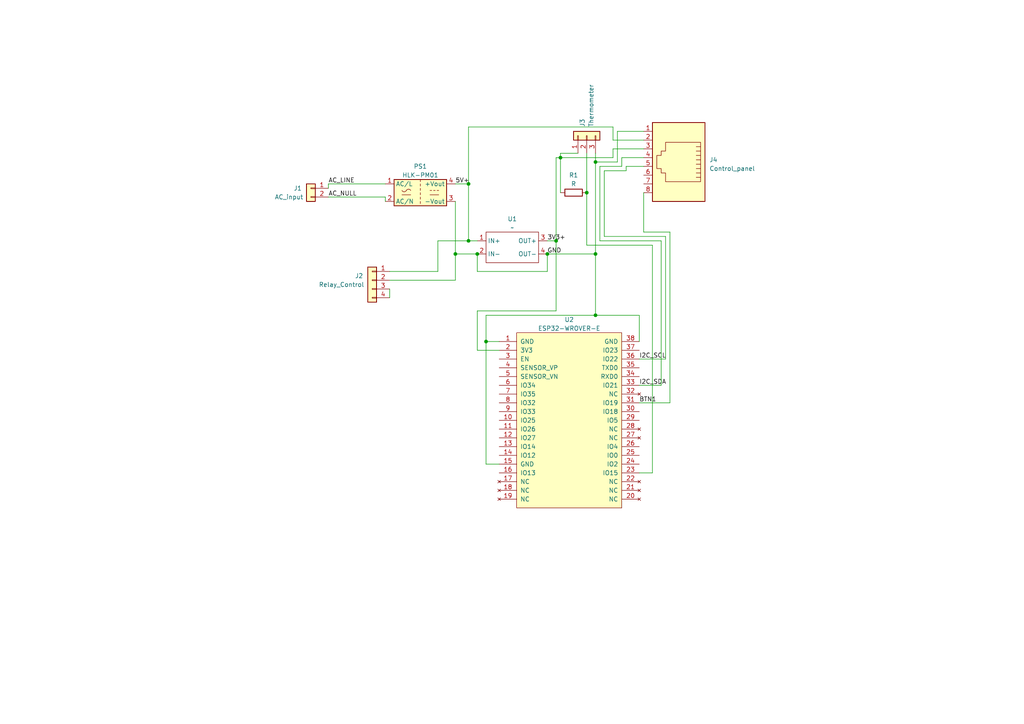
<source format=kicad_sch>
(kicad_sch (version 20221004) (generator eeschema)
  (paper "A4")
  (lib_symbols
    (symbol "Connector:8P8C" (pin_names (offset 1.016))
      (property "Reference" "J" (at -5.08 13.97 0))
      (property "Value" "8P8C" (at 2.54 13.97 0))
      (symbol "8P8C_0_1"
        (polyline (pts (xy -5.08 4.445) (xy -6.35 4.445)))
        (polyline (pts (xy -5.08 5.715) (xy -6.35 5.715)))
        (polyline (pts (xy -6.35 -3.175) (xy -5.08 -3.175) (xy -5.08 -3.175)))
        (polyline (pts (xy -6.35 -1.905) (xy -5.08 -1.905) (xy -5.08 -1.905)))
        (polyline (pts (xy -6.35 -0.635) (xy -5.08 -0.635) (xy -5.08 -0.635)))
        (polyline (pts (xy -6.35 0.635) (xy -5.08 0.635) (xy -5.08 0.635)))
        (polyline (pts (xy -6.35 1.905) (xy -5.08 1.905) (xy -5.08 1.905)))
        (polyline (pts (xy -5.08 3.175) (xy -6.35 3.175) (xy -6.35 3.175)))
        (polyline (pts (xy -6.35 -4.445) (xy -6.35 6.985) (xy 3.81 6.985) (xy 3.81 4.445) (xy 5.08 4.445) (xy 5.08 3.175) (xy 6.35 3.175) (xy 6.35 -0.635) (xy 5.08 -0.635) (xy 5.08 -1.905) (xy 3.81 -1.905) (xy 3.81 -4.445) (xy -6.35 -4.445) (xy -6.35 -4.445)))
        (rectangle (start 7.62 12.7) (end -7.62 -10.16) (stroke (width 0.254)) (fill (type background)))
      )
      (symbol "8P8C_1_1"
        (pin passive line (at 10.16 -7.62 180) (length 2.54) (name "~") (number "1"))
        (pin passive line (at 10.16 -5.08 180) (length 2.54) (name "~") (number "2"))
        (pin passive line (at 10.16 -2.54 180) (length 2.54) (name "~") (number "3"))
        (pin passive line (at 10.16 0 180) (length 2.54) (name "~") (number "4"))
        (pin passive line (at 10.16 2.54 180) (length 2.54) (name "~") (number "5"))
        (pin passive line (at 10.16 5.08 180) (length 2.54) (name "~") (number "6"))
        (pin passive line (at 10.16 7.62 180) (length 2.54) (name "~") (number "7"))
        (pin passive line (at 10.16 10.16 180) (length 2.54) (name "~") (number "8"))
      )
    )
    (symbol "Connector_Generic:Conn_01x02" (pin_names (offset 1.016) hide)
      (property "Reference" "J" (at 0 2.54 0))
      (property "Value" "Conn_01x02" (at 0 -5.08 0))
      (symbol "Conn_01x02_1_1"
        (rectangle (start -1.27 -2.413) (end 0 -2.667) (stroke (width 0.1524)))
        (rectangle (start -1.27 0.127) (end 0 -0.127) (stroke (width 0.1524)))
        (rectangle (start -1.27 1.27) (end 1.27 -3.81) (stroke (width 0.254)) (fill (type background)))
        (pin passive line (at -5.08 0 0) (length 3.81) (name "Pin_1") (number "1"))
        (pin passive line (at -5.08 -2.54 0) (length 3.81) (name "Pin_2") (number "2"))
      )
    )
    (symbol "Connector_Generic:Conn_01x03" (pin_names (offset 1.016) hide)
      (property "Reference" "J" (at 0 5.08 0))
      (property "Value" "Conn_01x03" (at 0 -5.08 0))
      (symbol "Conn_01x03_1_1"
        (rectangle (start -1.27 -2.413) (end 0 -2.667) (stroke (width 0.1524)))
        (rectangle (start -1.27 0.127) (end 0 -0.127) (stroke (width 0.1524)))
        (rectangle (start -1.27 2.667) (end 0 2.413) (stroke (width 0.1524)))
        (rectangle (start -1.27 3.81) (end 1.27 -3.81) (stroke (width 0.254)) (fill (type background)))
        (pin passive line (at -5.08 2.54 0) (length 3.81) (name "Pin_1") (number "1"))
        (pin passive line (at -5.08 0 0) (length 3.81) (name "Pin_2") (number "2"))
        (pin passive line (at -5.08 -2.54 0) (length 3.81) (name "Pin_3") (number "3"))
      )
    )
    (symbol "Connector_Generic:Conn_01x04" (pin_names (offset 1.016) hide)
      (property "Reference" "J" (at 0 5.08 0))
      (property "Value" "Conn_01x04" (at 0 -7.62 0))
      (symbol "Conn_01x04_1_1"
        (rectangle (start -1.27 -4.953) (end 0 -5.207) (stroke (width 0.1524)))
        (rectangle (start -1.27 -2.413) (end 0 -2.667) (stroke (width 0.1524)))
        (rectangle (start -1.27 0.127) (end 0 -0.127) (stroke (width 0.1524)))
        (rectangle (start -1.27 2.667) (end 0 2.413) (stroke (width 0.1524)))
        (rectangle (start -1.27 3.81) (end 1.27 -6.35) (stroke (width 0.254)) (fill (type background)))
        (pin passive line (at -5.08 2.54 0) (length 3.81) (name "Pin_1") (number "1"))
        (pin passive line (at -5.08 0 0) (length 3.81) (name "Pin_2") (number "2"))
        (pin passive line (at -5.08 -2.54 0) (length 3.81) (name "Pin_3") (number "3"))
        (pin passive line (at -5.08 -5.08 0) (length 3.81) (name "Pin_4") (number "4"))
      )
    )
    (symbol "Converter_ACDC:HLK-PM01"
      (property "Reference" "PS" (at 0 5.08 0))
      (property "Value" "HLK-PM01" (at 0 -5.08 0))
      (symbol "HLK-PM01_0_1"
        (rectangle (start -7.62 3.81) (end 7.62 -3.81) (stroke (width 0.254)) (fill (type background)))
        (arc (start -5.334 0.635) (mid -4.699 0.2495) (end -4.064 0.635))
        (arc (start -2.794 0.635) (mid -3.429 1.0072) (end -4.064 0.635))
        (polyline (pts (xy -5.334 -0.635) (xy -2.794 -0.635)))
        (polyline (pts (xy 0 -2.54) (xy 0 -3.175)))
        (polyline (pts (xy 0 -1.27) (xy 0 -1.905)))
        (polyline (pts (xy 0 0) (xy 0 -0.635)))
        (polyline (pts (xy 0 1.27) (xy 0 0.635)))
        (polyline (pts (xy 0 2.54) (xy 0 1.905)))
        (polyline (pts (xy 0 3.81) (xy 0 3.175)))
        (polyline (pts (xy 2.794 -0.635) (xy 5.334 -0.635)))
        (polyline (pts (xy 2.794 0.635) (xy 3.302 0.635)))
        (polyline (pts (xy 3.81 0.635) (xy 4.318 0.635)))
        (polyline (pts (xy 4.826 0.635) (xy 5.334 0.635)))
      )
      (symbol "HLK-PM01_1_1"
        (pin power_in line (at -10.16 2.54 0) (length 2.54) (name "AC/L") (number "1"))
        (pin power_in line (at -10.16 -2.54 0) (length 2.54) (name "AC/N") (number "2"))
        (pin power_out line (at 10.16 -2.54 180) (length 2.54) (name "-Vout") (number "3"))
        (pin power_out line (at 10.16 2.54 180) (length 2.54) (name "+Vout") (number "4"))
      )
    )
    (symbol "Custom_Converter:DCDC_Mini560"
      (property "Reference" "U" (at 0 0 0))
      (symbol "DCDC_Mini560_0_1"
        (rectangle (start 2.54 2.54) (end 17.78 -6.35))
      )
      (symbol "DCDC_Mini560_1_1"
        (pin input line (at 0 0 0) (length 2.54) (name "IN+") (number "1"))
        (pin input line (at 0 -3.81 0) (length 2.54) (name "IN-") (number "2"))
        (pin output line (at 20.32 0 180) (length 2.54) (name "OUT+") (number "3"))
        (pin output line (at 20.32 -3.81 180) (length 2.54) (name "OUT-") (number "4"))
      )
    )
    (symbol "Custom_RF_Module:ESP32-WROVER-E" (pin_names (offset 1.016))
      (property "Reference" "U" (at -15.24 26.67 0))
      (property "Value" "ESP32-WROVER-E" (at -6.35 -26.67 0))
      (symbol "ESP32-WROVER-E_0_1"
        (rectangle (start -15.24 25.4) (end 15.24 -25.4) (fill (type background)))
      )
      (symbol "ESP32-WROVER-E_1_1"
        (pin power_in line (at -20.32 22.86 0) (length 5.08) (name "GND") (number "1"))
        (pin bidirectional line (at -20.32 0 0) (length 5.08) (name "IO25") (number "10"))
        (pin bidirectional line (at -20.32 -2.54 0) (length 5.08) (name "IO26") (number "11"))
        (pin bidirectional line (at -20.32 -5.08 0) (length 5.08) (name "IO27") (number "12"))
        (pin bidirectional line (at -20.32 -7.62 0) (length 5.08) (name "IO14") (number "13"))
        (pin bidirectional line (at -20.32 -10.16 0) (length 5.08) (name "IO12") (number "14"))
        (pin power_in line (at -20.32 -12.7 0) (length 5.08) (name "GND") (number "15"))
        (pin bidirectional line (at -20.32 -15.24 0) (length 5.08) (name "IO13") (number "16"))
        (pin no_connect line (at -20.32 -17.78 0) (length 5.08) (name "NC") (number "17"))
        (pin no_connect line (at -20.32 -20.32 0) (length 5.08) (name "NC") (number "18"))
        (pin no_connect line (at -20.32 -22.86 0) (length 5.08) (name "NC") (number "19"))
        (pin power_in line (at -20.32 20.32 0) (length 5.08) (name "3V3") (number "2"))
        (pin no_connect line (at 20.32 -22.86 180) (length 5.08) (name "NC") (number "20"))
        (pin no_connect line (at 20.32 -20.32 180) (length 5.08) (name "NC") (number "21"))
        (pin no_connect line (at 20.32 -17.78 180) (length 5.08) (name "NC") (number "22"))
        (pin bidirectional line (at 20.32 -15.24 180) (length 5.08) (name "IO15") (number "23"))
        (pin bidirectional line (at 20.32 -12.7 180) (length 5.08) (name "IO2") (number "24"))
        (pin bidirectional line (at 20.32 -10.16 180) (length 5.08) (name "IO0") (number "25"))
        (pin bidirectional line (at 20.32 -7.62 180) (length 5.08) (name "IO4") (number "26"))
        (pin no_connect line (at 20.32 -5.08 180) (length 5.08) (name "NC") (number "27"))
        (pin no_connect line (at 20.32 -2.54 180) (length 5.08) (name "NC") (number "28"))
        (pin bidirectional line (at 20.32 0 180) (length 5.08) (name "IO5") (number "29"))
        (pin input line (at -20.32 17.78 0) (length 5.08) (name "EN") (number "3"))
        (pin bidirectional line (at 20.32 2.54 180) (length 5.08) (name "IO18") (number "30"))
        (pin bidirectional line (at 20.32 5.08 180) (length 5.08) (name "IO19") (number "31"))
        (pin no_connect line (at 20.32 7.62 180) (length 5.08) (name "NC") (number "32"))
        (pin bidirectional line (at 20.32 10.16 180) (length 5.08) (name "IO21") (number "33"))
        (pin output line (at 20.32 12.7 180) (length 5.08) (name "RXD0") (number "34"))
        (pin output line (at 20.32 15.24 180) (length 5.08) (name "TXD0") (number "35"))
        (pin bidirectional line (at 20.32 17.78 180) (length 5.08) (name "IO22") (number "36"))
        (pin bidirectional line (at 20.32 20.32 180) (length 5.08) (name "IO23") (number "37"))
        (pin power_in line (at 20.32 22.86 180) (length 5.08) (name "GND") (number "38"))
        (pin output line (at -20.32 15.24 0) (length 5.08) (name "SENSOR_VP") (number "4"))
        (pin output line (at -20.32 12.7 0) (length 5.08) (name "SENSOR_VN") (number "5"))
        (pin bidirectional line (at -20.32 10.16 0) (length 5.08) (name "IO34") (number "6"))
        (pin bidirectional line (at -20.32 7.62 0) (length 5.08) (name "IO35") (number "7"))
        (pin bidirectional line (at -20.32 5.08 0) (length 5.08) (name "IO32") (number "8"))
        (pin bidirectional line (at -20.32 2.54 0) (length 5.08) (name "IO33") (number "9"))
      )
    )
    (symbol "Device:R" (pin_numbers hide) (pin_names (offset 0))
      (property "Reference" "R" (at 2.032 0 90))
      (property "Value" "R" (at 0 0 90))
      (symbol "R_0_1"
        (rectangle (start -1.016 -2.54) (end 1.016 2.54) (stroke (width 0.254)))
      )
      (symbol "R_1_1"
        (pin passive line (at 0 3.81 270) (length 1.27) (name "~") (number "1"))
        (pin passive line (at 0 -3.81 90) (length 1.27) (name "~") (number "2"))
      )
    )
  )
  (junction (at 162.56 45.72))
  (junction (at 172.72 73.66))
  (junction (at 138.43 73.66))
  (junction (at 135.89 69.85))
  (junction (at 158.75 73.66))
  (junction (at 170.18 55.88))
  (junction (at 140.97 99.06))
  (junction (at 135.89 53.34))
  (junction (at 172.72 91.44))
  (junction (at 172.72 46.99))
  (junction (at 161.29 69.85))
  (junction (at 132.08 73.66))
  (wire (pts (xy 140.97 91.44) (xy 140.97 99.06)))
  (wire (pts (xy 161.29 45.72) (xy 161.29 69.85)))
  (wire (pts (xy 185.42 99.06) (xy 185.42 91.44)))
  (wire (pts (xy 181.61 48.26) (xy 186.69 48.26)))
  (wire (pts (xy 191.77 69.85) (xy 173.99 69.85)))
  (wire (pts (xy 113.03 78.74) (xy 127 78.74)))
  (wire (pts (xy 181.61 49.53) (xy 181.61 48.26)))
  (wire (pts (xy 189.23 71.12) (xy 189.23 137.16)))
  (wire (pts (xy 177.8 36.83) (xy 177.8 40.64)))
  (wire (pts (xy 144.78 101.6) (xy 138.43 101.6)))
  (wire (pts (xy 194.31 116.84) (xy 185.42 116.84)))
  (wire (pts (xy 179.07 46.99) (xy 172.72 46.99)))
  (wire (pts (xy 161.29 69.85) (xy 161.29 90.17)))
  (wire (pts (xy 132.08 73.66) (xy 132.08 81.28)))
  (wire (pts (xy 185.42 111.76) (xy 191.77 111.76)))
  (wire (pts (xy 135.89 53.34) (xy 135.89 36.83)))
  (wire (pts (xy 132.08 58.42) (xy 132.08 73.66)))
  (wire (pts (xy 172.72 91.44) (xy 185.42 91.44)))
  (wire (pts (xy 162.56 45.72) (xy 162.56 55.88)))
  (wire (pts (xy 158.75 69.85) (xy 161.29 69.85)))
  (wire (pts (xy 162.56 44.45) (xy 167.64 44.45)))
  (wire (pts (xy 170.18 44.45) (xy 170.18 55.88)))
  (wire (pts (xy 186.69 55.88) (xy 186.69 67.31)))
  (wire (pts (xy 158.75 78.74) (xy 158.75 73.66)))
  (wire (pts (xy 173.99 48.26) (xy 180.34 48.26)))
  (wire (pts (xy 138.43 78.74) (xy 158.75 78.74)))
  (wire (pts (xy 140.97 91.44) (xy 172.72 91.44)))
  (wire (pts (xy 194.31 67.31) (xy 194.31 116.84)))
  (wire (pts (xy 185.42 104.14) (xy 193.04 104.14)))
  (wire (pts (xy 172.72 44.45) (xy 172.72 46.99)))
  (wire (pts (xy 180.34 48.26) (xy 180.34 45.72)))
  (wire (pts (xy 189.23 137.16) (xy 185.42 137.16)))
  (wire (pts (xy 132.08 73.66) (xy 138.43 73.66)))
  (wire (pts (xy 170.18 71.12) (xy 189.23 71.12)))
  (wire (pts (xy 113.03 83.82) (xy 113.03 86.36)))
  (wire (pts (xy 179.07 38.1) (xy 179.07 46.99)))
  (wire (pts (xy 173.99 69.85) (xy 173.99 48.26)))
  (wire (pts (xy 161.29 45.72) (xy 162.56 45.72)))
  (wire (pts (xy 127 78.74) (xy 127 69.85)))
  (wire (pts (xy 158.75 73.66) (xy 172.72 73.66)))
  (wire (pts (xy 95.25 54.61) (xy 95.25 53.34)))
  (wire (pts (xy 186.69 67.31) (xy 194.31 67.31)))
  (wire (pts (xy 95.25 57.15) (xy 111.76 57.15)))
  (wire (pts (xy 135.89 69.85) (xy 138.43 69.85)))
  (wire (pts (xy 172.72 73.66) (xy 172.72 91.44)))
  (wire (pts (xy 179.07 38.1) (xy 186.69 38.1)))
  (wire (pts (xy 138.43 73.66) (xy 138.43 78.74)))
  (wire (pts (xy 193.04 104.14) (xy 193.04 68.58)))
  (wire (pts (xy 170.18 55.88) (xy 170.18 71.12)))
  (wire (pts (xy 127 69.85) (xy 135.89 69.85)))
  (wire (pts (xy 191.77 111.76) (xy 191.77 69.85)))
  (wire (pts (xy 144.78 134.62) (xy 140.97 134.62)))
  (wire (pts (xy 162.56 45.72) (xy 162.56 44.45)))
  (wire (pts (xy 172.72 46.99) (xy 172.72 73.66)))
  (wire (pts (xy 138.43 90.17) (xy 161.29 90.17)))
  (wire (pts (xy 177.8 45.72) (xy 162.56 45.72)))
  (wire (pts (xy 193.04 68.58) (xy 175.26 68.58)))
  (wire (pts (xy 180.34 45.72) (xy 186.69 45.72)))
  (wire (pts (xy 135.89 53.34) (xy 135.89 69.85)))
  (wire (pts (xy 177.8 45.72) (xy 177.8 43.18)))
  (wire (pts (xy 95.25 53.34) (xy 111.76 53.34)))
  (wire (pts (xy 175.26 49.53) (xy 175.26 68.58)))
  (wire (pts (xy 177.8 43.18) (xy 186.69 43.18)))
  (wire (pts (xy 138.43 101.6) (xy 138.43 90.17)))
  (wire (pts (xy 177.8 40.64) (xy 186.69 40.64)))
  (wire (pts (xy 113.03 81.28) (xy 132.08 81.28)))
  (wire (pts (xy 135.89 36.83) (xy 177.8 36.83)))
  (wire (pts (xy 175.26 49.53) (xy 181.61 49.53)))
  (wire (pts (xy 140.97 134.62) (xy 140.97 99.06)))
  (wire (pts (xy 132.08 53.34) (xy 135.89 53.34)))
  (wire (pts (xy 111.76 57.15) (xy 111.76 58.42)))
  (wire (pts (xy 140.97 99.06) (xy 144.78 99.06)))
  (label "AC_NULL" (at 95.25 57.15 0))
  (label "GND" (at 158.75 73.66 0))
  (label "I2C_SCL" (at 185.42 104.14 0))
  (label "3V3+" (at 158.75 69.85 0))
  (label "AC_LINE" (at 95.25 53.34 0))
  (label "BTN1" (at 185.42 116.84 0))
  (label "I2C_SDA" (at 185.42 111.76 0))
  (label "5V+" (at 132.08 53.34 0))
  (symbol (lib_id "Connector_Generic:Conn_01x02") (at 90.17 54.61 0) (mirror y) (unit 1)
    (property "Reference" "J1" (at 86.36 54.61 0))
    (property "Value" "AC_input" (at 83.82 57.15 0))
    (property "Footprint" "Custom_Terminalblock:Ninigi AC141R-02P-2.54" (effects hide))
  )
  (symbol (lib_id "Custom_Converter:DCDC_Mini560") (at 138.43 69.85 0) (unit 1)
    (property "Reference" "U1" (at 148.59 63.5 0))
    (property "Value" "~" (at 148.59 66.04 0))
    (property "Footprint" "Custom_Converter:DCDC_Mini560" (effects hide))
  )
  (symbol (lib_id "Connector:8P8C") (at 196.85 45.72 180) (unit 1)
    (property "Reference" "J4" (at 205.74 46.355 0) (effects (justify right)))
    (property "Value" "Control_panel" (at 205.74 48.895 0) (effects (justify right)))
    (property "Footprint" "Custom_Connector:RJ45_Keystone_942" (effects hide))
  )
  (symbol (lib_id "Connector_Generic:Conn_01x04") (at 107.95 81.28 0) (mirror y) (unit 1)
    (property "Reference" "J2" (at 104.14 80.01 0))
    (property "Value" "Relay_Control" (at 99.06 82.55 0))
    (property "Footprint" "TerminalBlock:TerminalBlock_bornier-4_P5.08mm" (effects hide))
  )
  (symbol (lib_id "Connector_Generic:Conn_01x03") (at 170.18 39.37 90) (unit 1)
    (property "Reference" "J3" (at 168.91 36.83 0) (effects (justify left)))
    (property "Value" "Thermometer" (at 171.45 36.83 0) (effects (justify left)))
    (property "Footprint" "TerminalBlock:TerminalBlock_bornier-3_P5.08mm" (effects hide))
  )
  (symbol (lib_id "Converter_ACDC:HLK-PM01") (at 121.92 55.88 0) (unit 1)
    (property "Reference" "PS1" (at 121.92 48.26 0))
    (property "Value" "HLK-PM01" (at 121.92 50.8 0))
    (property "Footprint" "Converter_ACDC:Converter_ACDC_HiLink_HLK-PMxx" (effects hide))
    (property "Datasheet" "http://www.hlktech.net/product_detail.php?ProId=54" (effects hide))
  )
  (symbol (lib_id "Device:R") (at 166.37 55.88 270) (unit 1)
    (property "Reference" "R1" (at 166.37 50.8 90))
    (property "Value" "R" (at 166.37 53.34 90))
    (property "Footprint" "Resistor_SMD:R_1206_3216Metric_Pad1.30x1.75mm_HandSolder" (effects hide))
  )
  (symbol (lib_id "Custom_RF_Module:ESP32-WROVER-E") (at 165.1 121.92 0) (unit 1)
    (property "Reference" "U2" (at 165.1 92.71 0))
    (property "Value" "ESP32-WROVER-E" (at 165.1 95.25 0))
    (property "Footprint" "Custom_RF_Module:ESP32-WROVER-IE" (effects hide))
  )
)
</source>
